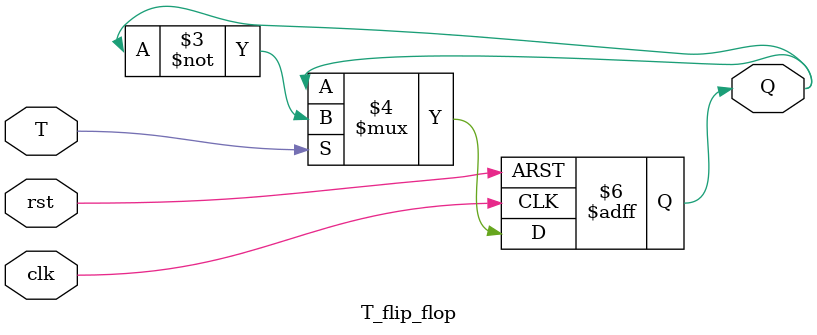
<source format=v>
`timescale 1ns / 1ps


module T_flip_flop(clk, rst, T, Q);

input T, clk, rst;
output reg Q;

always @(posedge clk or negedge rst) begin
    if (!rst)
        Q<=1'b0;
    else if(T)
        Q<=~Q;
end

endmodule

</source>
